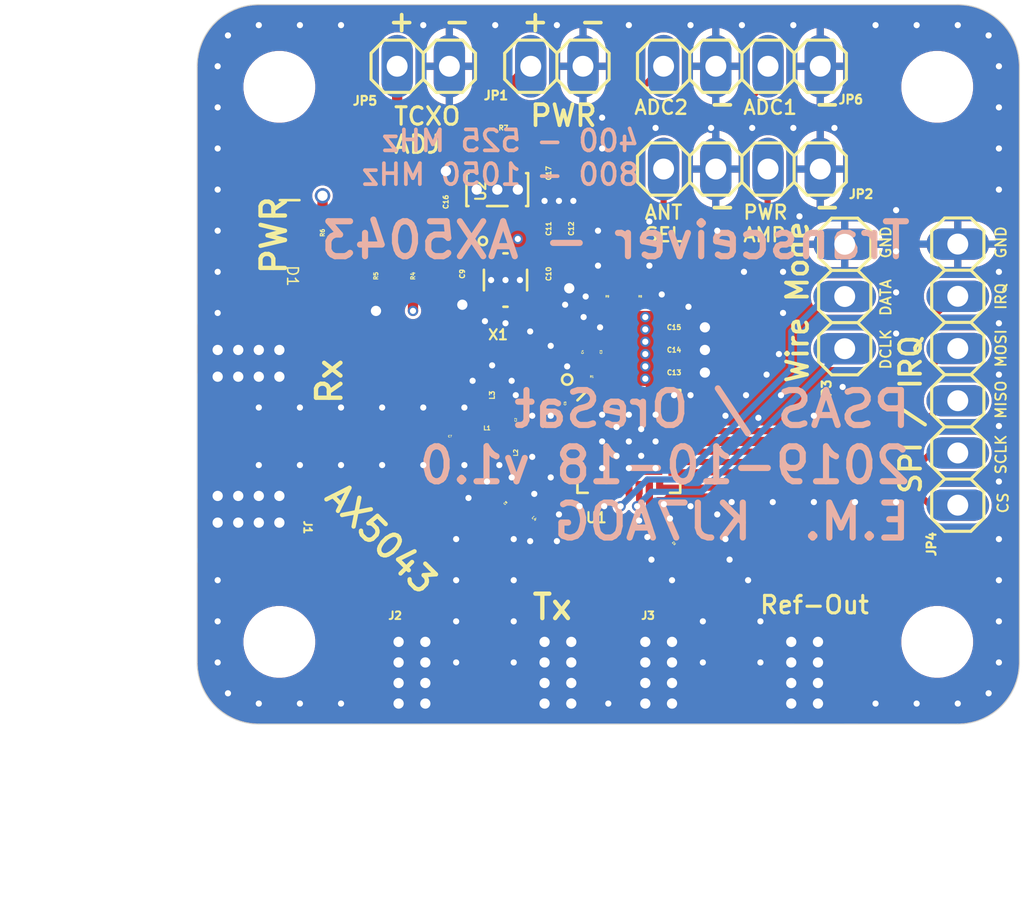
<source format=kicad_pcb>
(kicad_pcb (version 20241229) (generator "pcbnew") (generator_version "9.0")
  (layers (0 "F.Cu" signal) (4 "In1.Cu" signal) (6 "In2.Cu" signal) (2 "B.Cu" signal) (13 "F.Paste" user) (15 "B.Paste" user) (5 "F.SilkS" user "F.Silkscreen") (7 "B.SilkS" user "B.Silkscreen") (1 "F.Mask" user) (3 "B.Mask" user) (25 "Edge.Cuts" user))
  (net 0 "")
  (net 1 "GND")
  (net 2 "N$3")
  (net 3 "SYSCLK")
  (net 4 "IRQ")
  (net 5 "MOSI")
  (net 6 "MISO")
  (net 7 "SCLK")
  (net 8 "CS")
  (net 9 "CLKN")
  (net 10 "CLKP")
  (net 11 "ANTN")
  (net 12 "ANTP")
  (net 13 "ANTP1")
  (net 14 "TX")
  (net 15 "RX")
  (net 16 "REF-OUT")
  (net 17 "N$23")
  (net 18 "1V8")
  (net 19 "2V7")
  (net 20 "N$26")
  (net 21 "N$1")
  (net 22 "N$30")
  (net 23 "N$2")
  (net 24 "N$27")
  (net 25 "N$20")
  (net 26 "N$6")
  (net 27 "ANTSEL")
  (net 28 "PWRAMP")
  (net 29 "DATA")
  (net 30 "DCLK")
  (net 31 "ADC1")
  (net 32 "ADC2")
  (footprint "transceiver-AX5043:.0603-C-NOSILK" (layer "F.Cu") (at 145.6011 95.7036 -90)
    (property "Reference" "C17")
    (property "Value" "1u" (hide yes))
  )
  (footprint "transceiver-AX5043:.0603-C-NOSILK" (layer "F.Cu") (at 146.7011 98.4036 90)
    (property "Reference" "C12")
    (property "Value" "4.7u" (hide yes))
  )
  (footprint "transceiver-AX5043:.0603-C-NOSILK" (layer "F.Cu") (at 144.9011 112.5036 135)
    (property "Reference" "L4")
    (property "Value" "91n" (hide yes))
  )
  (footprint "transceiver-AX5043:142-0701-851" (layer "F.Cu") (at 154.5011 122.5036 180)
    (property "Reference" "J3")
    (property "Value" "142-0701-851" (hide yes))
  )
  (footprint "transceiver-AX5043:dummyfp2" (layer "F.Cu") (at 164.5011 91.5036)
    (property "Reference" "UNK_HOLE_2" (hide yes))
    (property "Value" "")
  )
  (footprint "transceiver-AX5043:1X02_325" (layer "F.Cu") (at 139.5011 90.5036)
    (property "Reference" "JP5")
    (property "Value" "")
  )
  (footprint "transceiver-AX5043:dummyfp0" (layer "F.Cu") (at 132.5011 118.5036)
    (property "Reference" "UNK_HOLE_0" (hide yes))
    (property "Value" "")
  )
  (footprint "transceiver-AX5043:.0603-B-NOSILK" (layer "F.Cu") (at 137.2011 100.7036 90)
    (property "Reference" "R5")
    (property "Value" "NP" (hide yes))
  )
  (footprint "transceiver-AX5043:.0603-C-NOSILK" (layer "F.Cu") (at 145.6011 100.6036 -90)
    (property "Reference" "C10")
    (property "Value" "22n" (hide yes))
  )
  (footprint "transceiver-AX5043:.0402-C-NOSILK" (layer "F.Cu") (at 148.1511 104.4036 90)
    (property "Reference" "C3")
    (property "Value" "1n" (hide yes))
  )
  (footprint "transceiver-AX5043:.0603-C-NOSILK" (layer "F.Cu") (at 151.7011 104.3036)
    (property "Reference" "C14")
    (property "Value" "NP" (hide yes))
  )
  (footprint "transceiver-AX5043:142-0701-851" (layer "F.Cu") (at 128.5011 108.5036 90)
    (property "Reference" "J1")
    (property "Value" "142-0701-851" (hide yes))
  )
  (footprint "transceiver-AX5043:.0402-C-NOSILK" (layer "F.Cu") (at 146.4011 106.9036 -90)
    (property "Reference" "C5")
    (property "Value" "82p" (hide yes))
  )
  (footprint "transceiver-AX5043:.0402-C-NOSILK" (layer "F.Cu") (at 152.9511 113.1036 45)
    (property "Reference" "R3")
    (property "Value" "NP" (hide yes))
  )
  (footprint "transceiver-AX5043:.0402-C-NOSILK" (layer "F.Cu") (at 146.4011 110.6036 -90)
    (property "Reference" "C6")
    (property "Value" "82p" (hide yes))
  )
  (footprint "transceiver-AX5043:1X04_325" (layer "F.Cu") (at 155.0011 90.5036 180)
    (property "Reference" "JP6")
    (property "Value" "")
  )
  (footprint "transceiver-AX5043:142-0701-851" (layer "F.Cu") (at 142.5011 122.5036 180)
    (property "Reference" "J2")
    (property "Value" "142-0701-851" (hide yes))
  )
  (footprint "transceiver-AX5043:.0603-C-NOSILK" (layer "F.Cu") (at 141.4011 100.6036 -90)
    (property "Reference" "C9")
    (property "Value" "NP" (hide yes))
  )
  (footprint "transceiver-AX5043:.0402-C-NOSILK" (layer "F.Cu") (at 142.6011 108.9036)
    (property "Reference" "C1")
    (property "Value" "8.2p" (hide yes))
  )
  (footprint "transceiver-AX5043:.0603-C-NOSILK" (layer "F.Cu") (at 151.7011 103.2036)
    (property "Reference" "C15")
    (property "Value" "4.7u" (hide yes))
  )
  (footprint "transceiver-AX5043:dummyfp1" (layer "F.Cu") (at 164.5011 118.5036)
    (property "Reference" "UNK_HOLE_1" (hide yes))
    (property "Value" "")
  )
  (footprint "transceiver-AX5043:.0603-C-NOSILK" (layer "F.Cu") (at 142.8511 106.5036 90)
    (property "Reference" "L3")
    (property "Value" "91n" (hide yes))
  )
  (footprint "transceiver-AX5043:.0603-C-NOSILK" (layer "F.Cu") (at 143.4011 93.5036)
    (property "Reference" "R7")
    (property "Value" "0" (hide yes))
  )
  (footprint "transceiver-AX5043:.0402-C-NOSILK" (layer "F.Cu") (at 140.8011 108.5036)
    (property "Reference" "C7")
    (property "Value" "22p" (hide yes))
  )
  (footprint "transceiver-AX5043:.0603-C-NOSILK" (layer "F.Cu") (at 145.6011 98.4036 90)
    (property "Reference" "C11")
    (property "Value" "NP" (hide yes))
  )
  (footprint "transceiver-AX5043:2.5X2.0" (layer "F.Cu") (at 143.5011 100.9036 -90)
    (property "Reference" "X1")
    (property "Value" "TAITIEN-TY" (hide yes))
  )
  (footprint "transceiver-AX5043:.0402-C-NOSILK" (layer "F.Cu") (at 147.7011 105.6036 180)
    (property "Reference" "R1")
    (property "Value" "150" (hide yes))
  )
  (footprint "transceiver-AX5043:.0402-C-NOSILK" (layer "F.Cu") (at 148.4511 101.7036)
    (property "Reference" "R9")
    (property "Value" "0" (hide yes))
  )
  (footprint "transceiver-AX5043:QFN28-5X5-WITH-CENTER-PAD" (layer "F.Cu") (at 149.5011 108.7536)
    (property "Reference" "U1")
    (property "Value" "U-ONSEMI-AX5043" (hide yes))
  )
  (footprint "transceiver-AX5043:.0402-C-NOSILK" (layer "F.Cu") (at 144.0011 107.7036 -90)
    (property "Reference" "C2")
    (property "Value" "8.2p" (hide yes))
  )
  (footprint "transceiver-AX5043:LED-0603_529" (layer "F.Cu") (at 133.0011 98.6036 90)
    (property "Reference" "D1")
    (property "Value" "GREEN" (hide yes))
  )
  (footprint "transceiver-AX5043:.0402-C-NOSILK" (layer "F.Cu") (at 150.0511 101.7036 180)
    (property "Reference" "R8")
    (property "Value" "0" (hide yes))
  )
  (footprint "transceiver-AX5043:.0402-C-NOSILK" (layer "F.Cu") (at 143.5011 111.7536 45)
    (property "Reference" "C8")
    (property "Value" "22p" (hide yes))
  )
  (footprint "transceiver-AX5043:.0402-C-NOSILK" (layer "F.Cu") (at 144.0011 109.3036 90)
    (property "Reference" "L2")
    (property "Value" "43n" (hide yes))
  )
  (footprint "transceiver-AX5043:1X03_325" (layer "F.Cu") (at 160.0011 101.7036 90)
    (property "Reference" "JP3")
    (property "Value" "")
  )
  (footprint "transceiver-AX5043:SOT-23" (layer "F.Cu") (at 143.1011 96.5036 -90)
    (property "Reference" "U2")
    (property "Value" "LP2985XX-N" (hide yes))
  )
  (footprint "transceiver-AX5043:1X06_325" (layer "F.Cu") (at 165.5011 105.5036 90)
    (property "Reference" "JP4")
    (property "Value" "")
  )
  (footprint "transceiver-AX5043:.0603-B-NOSILK" (layer "F.Cu") (at 134.6011 98.6036 -90)
    (property "Reference" "R6")
    (property "Value" "1.5k" (hide yes))
  )
  (footprint "transceiver-AX5043:.0402-C-NOSILK" (layer "F.Cu") (at 151.7011 113.7036 -45)
    (property "Reference" "R2")
    (property "Value" "0" (hide yes))
  )
  (footprint "transceiver-AX5043:.0603-B-NOSILK" (layer "F.Cu") (at 139.0011 100.7036 90)
    (property "Reference" "R4")
    (property "Value" "NP" (hide yes))
  )
  (footprint "transceiver-AX5043:1X04_325" (layer "F.Cu") (at 155.0011 95.5036)
    (property "Reference" "JP2")
    (property "Value" "")
  )
  (footprint "transceiver-AX5043:dummyfp3" (layer "F.Cu") (at 132.5011 91.5036)
    (property "Reference" "UNK_HOLE_3" (hide yes))
    (property "Value" "")
  )
  (footprint "transceiver-AX5043:.0603-C-NOSILK" (layer "F.Cu") (at 140.6011 97.1036 90)
    (property "Reference" "C16")
    (property "Value" "10n" (hide yes))
  )
  (footprint "transceiver-AX5043:1X02_325" (layer "F.Cu") (at 146.0011 90.5036)
    (property "Reference" "JP1")
    (property "Value" "")
  )
  (footprint "transceiver-AX5043:.0603-C-NOSILK" (layer "F.Cu") (at 151.7011 105.4036)
    (property "Reference" "C13")
    (property "Value" "22n" (hide yes))
  )
  (footprint "transceiver-AX5043:.0402-C-NOSILK" (layer "F.Cu") (at 142.6011 108.1036)
    (property "Reference" "L1")
    (property "Value" "43n" (hide yes))
  )
  (footprint "transceiver-AX5043:.0402-C-NOSILK" (layer "F.Cu") (at 147.2511 104.4036 90)
    (property "Reference" "C4")
    (property "Value" "1n" (hide yes))
  )
  (gr_line (start 128.5011 90.5036) (end 128.5011 119.5036) (stroke (width 0.05)) (layer "Edge.Cuts"))
  (gr_arc (start 128.5011 90.5036) (mid 129.37978 88.38228) (end 131.5011 87.5036) (stroke (width 0.05)) (layer "Edge.Cuts"))
  (gr_arc (start 168.5011 119.5036) (mid 167.62242 121.62492) (end 165.5011 122.5036) (stroke (width 0.05)) (layer "Edge.Cuts"))
  (gr_line (start 165.5011 87.5036) (end 131.5011 87.5036) (stroke (width 0.05)) (layer "Edge.Cuts"))
  (gr_arc (start 131.5011 122.5036) (mid 129.37978 121.62492) (end 128.5011 119.5036) (stroke (width 0.05)) (layer "Edge.Cuts"))
  (gr_arc (start 165.5011 87.5036) (mid 167.62242 88.38228) (end 168.5011 90.5036) (stroke (width 0.05)) (layer "Edge.Cuts"))
  (gr_line (start 131.5011 122.5036) (end 165.5011 122.5036) (stroke (width 0.05)) (layer "Edge.Cuts"))
  (gr_line (start 168.5011 119.5036) (end 168.5011 90.5036) (stroke (width 0.05)) (layer "Edge.Cuts"))
  (gr_text "+" (at 137.7011 88.9036 0) (layer "F.SilkS") (effects (font (size 1.02 1.02) (thickness 0.18)) (justify left bottom)))
  (gr_text "GND" (at 162.3011 99.9036 90) (layer "F.SilkS") (effects (font (size 0.51 0.51) (thickness 0.09)) (justify left bottom)))
  (gr_text "SPI / IRQ" (at 163.8011 111.4036 90) (layer "F.SilkS") (effects (font (size 1.02 1.02) (thickness 0.18)) (justify left bottom)))
  (gr_text "Tx" (at 144.7011 117.5036 0) (layer "F.SilkS") (effects (font (size 1.19 1.19) (thickness 0.21)) (justify left bottom)))
  (gr_text "Ref-Out" (at 155.8011 117.2036 0) (layer "F.SilkS") (effects (font (size 0.85 0.85)) (justify left bottom)))
  (gr_text "Wire Mode" (at 158.3011 106.0036 90) (layer "F.SilkS") (effects (font (size 1.02 1.02) (thickness 0.18)) (justify left bottom)))
  (gr_text "DATA" (at 162.3011 102.7036 90) (layer "F.SilkS") (effects (font (size 0.51 0.51) (thickness 0.09)) (justify left bottom)))
  (gr_text "DCLK" (at 162.3011 105.3036 90) (layer "F.SilkS") (effects (font (size 0.51 0.51) (thickness 0.09)) (justify left bottom)))
  (gr_text "ADC2" (at 149.7011 92.9036 0) (layer "F.SilkS") (effects (font (size 0.68 0.68) (thickness 0.12)) (justify left bottom)))
  (gr_text "-" (at 158.4011 92.9036 0) (layer "F.SilkS") (effects (font (size 1.02 1.02) (thickness 0.18)) (justify left bottom)))
  (gr_text "TCXO\nADJ" (at 138.0011 94.8036 0) (layer "F.SilkS") (effects (font (size 0.85 0.85)) (justify left bottom)))
  (gr_text "PWR" (at 144.6011 93.5036 0) (layer "F.SilkS") (effects (font (size 1.02 1.02) (thickness 0.18)) (justify left bottom)))
  (gr_text "GND" (at 167.9011 99.9036 90) (layer "F.SilkS") (effects (font (size 0.51 0.51) (thickness 0.09)) (justify left bottom)))
  (gr_text "MISO" (at 167.9011 107.7036 90) (layer "F.SilkS") (effects (font (size 0.51 0.51) (thickness 0.09)) (justify left bottom)))
  (gr_text "-" (at 147.0011 88.9036 0) (layer "F.SilkS") (effects (font (size 1.02 1.02) (thickness 0.18)) (justify left bottom)))
  (gr_text "ADC1" (at 155.0011 92.9036 0) (layer "F.SilkS") (effects (font (size 0.68 0.68) (thickness 0.12)) (justify left bottom)))
  (gr_text "PWR\nAMP" (at 155.0011 99.1036 0) (layer "F.SilkS") (effects (font (size 0.68 0.68) (thickness 0.12)) (justify left bottom)))
  (gr_text "CS" (at 168.0011 112.3036 90) (layer "F.SilkS") (effects (font (size 0.51 0.51) (thickness 0.09)) (justify left bottom)))
  (gr_text "-" (at 153.3011 92.9036 0) (layer "F.SilkS") (effects (font (size 1.02 1.02) (thickness 0.18)) (justify left bottom)))
  (gr_text "AX5043" (at 134.5011 111.5036 315) (layer "F.SilkS") (effects (font (size 1.19 1.19) (thickness 0.21)) (justify left bottom)))
  (gr_text "ANT\nSEL" (at 150.2011 99.1036 0) (layer "F.SilkS") (effects (font (size 0.68 0.68) (thickness 0.12)) (justify left bottom)))
  (gr_text "PWR" (at 132.9305 100.7356 90) (layer "F.SilkS") (effects (font (size 1.19 1.19) (thickness 0.21)) (justify left bottom)))
  (gr_text "-" (at 140.4011 88.9036 0) (layer "F.SilkS") (effects (font (size 1.02 1.02) (thickness 0.18)) (justify left bottom)))
  (gr_text "-" (at 158.4011 97.9036 0) (layer "F.SilkS") (effects (font (size 1.02 1.02) (thickness 0.18)) (justify left bottom)))
  (gr_text "Rx" (at 135.6305 107.048933 90) (layer "F.SilkS") (effects (font (size 1.19 1.19) (thickness 0.21)) (justify left bottom)))
  (gr_text "MOSI" (at 167.9011 105.2036 90) (layer "F.SilkS") (effects (font (size 0.51 0.51) (thickness 0.09)) (justify left bottom)))
  (gr_text "+" (at 144.2011 88.9036 0) (layer "F.SilkS") (effects (font (size 1.02 1.02) (thickness 0.18)) (justify left bottom)))
  (gr_text "IRQ" (at 167.9011 102.4036 90) (layer "F.SilkS") (effects (font (size 0.51 0.51) (thickness 0.09)) (justify left bottom)))
  (gr_text "SCLK" (at 167.9011 110.4036 90) (layer "F.SilkS") (effects (font (size 0.51 0.51) (thickness 0.09)) (justify left bottom)))
  (gr_text "-" (at 153.3011 97.9036 0) (layer "F.SilkS") (effects (font (size 1.02 1.02) (thickness 0.18)) (justify left bottom)))
  (gr_text "Transceiver - AX5043\n\n\nPSAS / OreSat\n2019-10-18 v1.0\nE.M.  KJ7AOG" (at 163.337292 97.977076 0) (layer "B.SilkS") (effects (font (size 1.7 1.7) (thickness 0.3)) (justify left top mirror)))
  (gr_text "400 - 525 MHz\n800 - 1050 MHz" (at 150.091388 96.370943 0) (layer "B.SilkS") (effects (font (size 1.02 1.02) (thickness 0.18)) (justify left bottom mirror)))
  (segment (start 143.1011 95.2036) (end 143.1011 96.5036) (width 0.6) (layer "F.Cu") (net 1))
  (segment (start 147.2511 109.7536) (end 147.9011 109.7536) (width 0.35) (layer "F.Cu") (net 1))
  (segment (start 145.6011 96.5536) (end 146.1011 97.0536) (width 0.6) (layer "F.Cu") (net 1))
  (segment (start 141.4011 101.3036) (end 141.4011 102.1036) (width 0.6) (layer "F.Cu") (net 1))
  (segment (start 147.2511 107.7536) (end 147.9011 107.7536) (width 0.35) (layer "F.Cu") (net 1))
  (segment (start 145.6011 97.7036) (end 145.6011 97.2536) (width 0.6) (layer "F.Cu") (net 1))
  (segment (start 146.8011 109.7536) (end 147.2511 109.7536) (width 0.35) (layer "F.Cu") (net 1))
  (segment (start 145.6011 97.5536) (end 146.1011 97.0536) (width 0.6) (layer "F.Cu") (net 1))
  (segment (start 147.9011 107.7536) (end 148.2011 107.4536) (width 0.35) (layer "F.Cu") (net 1))
  (segment (start 148.1511 103.2536) (end 148.1011 103.2036) (width 0.5) (layer "F.Cu") (net 1))
  (segment (start 146.4011 110.1536) (end 145.7011 110.5036) (width 0.35) (layer "F.Cu") (net 1))
  (segment (start 137.2011 101.5036) (end 137.2011 102.4036) (width 0.6) (layer "F.Cu") (net 1))
  (segment (start 146.7011 97.1536) (end 146.8011 97.0536) (width 0.6) (layer "F.Cu") (net 1))
  (segment (start 146.7011 97.6536) (end 146.1011 97.0536) (width 0.6) (layer "F.Cu") (net 1))
  (segment (start 148.0011 101.7036) (end 147.4011 101.7036) (width 0.5) (layer "F.Cu") (net 1))
  (segment (start 145.6011 96.4036) (end 145.6011 96.8536) (width 0.6) (layer "F.Cu") (net 1))
  (segment (start 145.6011 97.2536) (end 145.4011 97.0536) (width 0.6) (layer "F.Cu") (net 1))
  (segment (start 145.6011 96.4036) (end 145.6011 96.5536) (width 0.6) (layer "F.Cu") (net 1))
  (segment (start 146.7011 97.7036) (end 146.7011 97.6536) (width 0.6) (layer "F.Cu") (net 1))
  (segment (start 148.1511 103.9536) (end 148.1511 103.2536) (width 0.5) (layer "F.Cu") (net 1))
  (segment (start 147.9011 109.7536) (end 148.2011 110.0536) (width 0.35) (layer "F.Cu") (net 1))
  (segment (start 152.4011 104.3036) (end 153.2011 104.3036) (width 0.6) (layer "F.Cu") (net 1))
  (segment (start 152.4011 105.4036) (end 153.2011 105.4036) (width 0.6) (layer "F.Cu") (net 1))
  (segment (start 145.6011 101.3036) (end 146.6011 101.3036) (width 0.6) (layer "F.Cu") (net 1))
  (segment (start 145.6011 97.7036) (end 145.6011 97.5536) (width 0.6) (layer "F.Cu") (net 1))
  (segment (start 150.6011 101.6036) (end 151.1011 101.6036) (width 0.5) (layer "F.Cu") (net 1))
  (segment (start 152.4011 103.2036) (end 153.2011 103.2036) (width 0.6) (layer "F.Cu") (net 1))
  (segment (start 140.6011 96.4036) (end 140.6011 95.6036) (width 0.6) (layer "F.Cu") (net 1))
  (segment (start 146.4011 110.1536) (end 146.8011 109.7536) (width 0.35) (layer "F.Cu") (net 1))
  (segment (start 150.5011 101.7036) (end 150.6011 101.6036) (width 0.5) (layer "F.Cu") (net 1))
  (segment (start 146.8011 107.7536) (end 147.2511 107.7536) (width 0.35) (layer "F.Cu") (net 1))
  (segment (start 146.4011 107.3536) (end 145.7011 107.5036) (width 0.35) (layer "F.Cu") (net 1))
  (segment (start 146.4011 107.3536) (end 146.8011 107.7536) (width 0.35) (layer "F.Cu") (net 1))
  (segment (start 145.6011 96.8536) (end 145.4011 97.0536) (width 0.6) (layer "F.Cu") (net 1))
  (segment (start 153.269296 112.785404) (end 153.8011 112.3036) (width 0.5) (layer "F.Cu") (net 1))
  (segment (start 146.7011 97.7036) (end 146.7011 97.1536) (width 0.6) (layer "F.Cu") (net 1))
  (via (at 157.5011 93.5036) (size 0.5032) (drill 0.3) (layers "F.Cu" "B.Cu") (net 1))
  (via (at 157.8011 97.8036) (size 0.5032) (drill 0.3) (layers "F.Cu" "B.Cu") (net 1))
  (via (at 135.5011 121.5036) (size 0.5032) (drill 0.3) (layers "F.Cu" "B.Cu") (net 1))
  (via (at 158.7011 120.5036) (size 0.75) (drill 0.5) (layers "F.Cu" "B.Cu") (net 1))
  (via (at 167.0011 121.0036) (size 0.5032) (drill 0.3) (layers "F.Cu" "B.Cu") (net 1))
  (via (at 132.5011 104.3036) (size 0.75) (drill 0.5) (layers "F.Cu" "B.Cu") (net 1))
  (via (at 167.5011 92.5036) (size 0.5032) (drill 0.3) (layers "F.Cu" "B.Cu") (net 1))
  (via (at 150.4011 113.4036) (size 0.5032) (drill 0.3) (layers "F.Cu" "B.Cu") (net 1))
  (via (at 150.5011 98.0536) (size 0.5032) (drill 0.3) (layers "F.Cu" "B.Cu") (net 1))
  (via (at 155.0011 88.5036) (size 0.5032) (drill 0.3) (layers "F.Cu" "B.Cu") (net 1))
  (via (at 156.2011 105.5036) (size 0.5032) (drill 0.3) (layers "F.Cu" "B.Cu") (net 1))
  (via (at 129.5011 90.5036) (size 0.5032) (drill 0.3) (layers "F.Cu" "B.Cu") (net 1))
  (via (at 158.7011 121.5036) (size 0.75) (drill 0.5) (layers "F.Cu" "B.Cu") (net 1))
  (via (at 133.5011 88.5036) (size 0.5032) (drill 0.3) (layers "F.Cu" "B.Cu") (net 1))
  (via (at 154.4011 114.5036) (size 0.5032) (drill 0.3) (layers "F.Cu" "B.Cu") (net 1))
  (via (at 153.8011 98.5036) (size 0.5032) (drill 0.3) (layers "F.Cu" "B.Cu") (net 1))
  (via (at 145.4011 118.5036) (size 0.75) (drill 0.5) (layers "F.Cu" "B.Cu") (net 1))
  (via (at 147.1011 111.9036) (size 0.5032) (drill 0.3) (layers "F.Cu" "B.Cu") (net 1))
  (via (at 158.7011 118.5036) (size 0.75) (drill 0.5) (layers "F.Cu" "B.Cu") (net 1))
  (via (at 139.5011 109.9036) (size 0.5032) (drill 0.3) (layers "F.Cu" "B.Cu") (net 1))
  (via (at 146.6011 101.3036) (size 0.75) (drill 0.5) (layers "F.Cu" "B.Cu") (net 1))
  (via (at 163.5011 88.5036) (size 0.5032) (drill 0.3) (layers "F.Cu" "B.Cu") (net 1))
  (via (at 129.5011 105.6036) (size 0.75) (drill 0.5) (layers "F.Cu" "B.Cu") (net 1))
  (via (at 150.3011 121.5036) (size 0.75) (drill 0.5) (layers "F.Cu" "B.Cu") (net 1))
  (via (at 151.5011 112.5036) (size 0.5032) (drill 0.3) (layers "F.Cu" "B.Cu") (net 1))
  (via (at 146.7011 121.5036) (size 0.75) (drill 0.5) (layers "F.Cu" "B.Cu") (net 1))
  (via (at 151.6011 121.5036) (size 0.75) (drill 0.5) (layers "F.Cu" "B.Cu") (net 1))
  (via (at 144.9011 111.3036) (size 0.5032) (drill 0.3) (layers "F.Cu" "B.Cu") (net 1))
  (via (at 150.0011 112.6036) (size 0.5032) (drill 0.3) (layers "F.Cu" "B.Cu") (net 1))
  (via (at 167.5011 115.5036) (size 0.5032) (drill 0.3) (layers "F.Cu" "B.Cu") (net 1))
  (via (at 146.8011 97.0536) (size 0.5032) (drill 0.3) (layers "F.Cu" "B.Cu") (net 1))
  (via (at 130.0011 89.0036) (size 0.5032) (drill 0.3) (layers "F.Cu" "B.Cu") (net 1))
  (via (at 167.5011 103.0036) (size 0.5032) (drill 0.3) (layers "F.Cu" "B.Cu") (net 1))
  (via (at 155.8011 107.6036) (size 0.5032) (drill 0.3) (layers "F.Cu" "B.Cu") (net 1))
  (via (at 165.5011 121.5036) (size 0.5032) (drill 0.3) (layers "F.Cu" "B.Cu") (net 1))
  (via (at 157.4011 120.5036) (size 0.75) (drill 0.5) (layers "F.Cu" "B.Cu") (net 1))
  (via (at 148.2011 110.0536) (size 0.5032) (drill 0.3) (layers "F.Cu" "B.Cu") (net 1))
  (via (at 148.1011 103.2036) (size 0.5032) (drill 0.3) (layers "F.Cu" "B.Cu") (net 1))
  (via (at 149.5011 108.7536) (size 0.5032) (drill 0.3) (layers "F.Cu" "B.Cu") (net 1))
  (via (at 143.5011 103.0036) (size 0.5032) (drill 0.3) (layers "F.Cu" "B.Cu") (net 1))
  (via (at 129.5011 92.5036) (size 0.5032) (drill 0.3) (layers "F.Cu" "B.Cu") (net 1))
  (via (at 131.5011 104.3036) (size 0.75) (drill 0.5) (layers "F.Cu" "B.Cu") (net 1))
  (via (at 141.1011 117.5036) (size 0.5032) (drill 0.3) (layers "F.Cu" "B.Cu") (net 1))
  (via (at 137.2011 102.4036) (size 0.75) (drill 0.5) (layers "F.Cu" "B.Cu") (net 1))
  (via (at 152.5011 88.5036) (size 0.5032) (drill 0.3) (layers "F.Cu" "B.Cu") (net 1))
  (via (at 167.5011 94.5036) (size 0.5032) (drill 0.3) (layers "F.Cu" "B.Cu") (net 1))
  (via (at 151.6011 115.5036) (size 0.5032) (drill 0.3) (layers "F.Cu" "B.Cu") (net 1))
  (via (at 150.8011 110.0536) (size 0.5032) (drill 0.3) (layers "F.Cu" "B.Cu") (net 1))
  (via (at 133.5011 121.5036) (size 0.5032) (drill 0.3) (layers "F.Cu" "B.Cu") (net 1))
  (via (at 133.5011 107.1036) (size 0.5032) (drill 0.3) (layers "F.Cu" "B.Cu") (net 1))
  (via (at 154.2011 107.5036) (size 0.5032) (drill 0.3) (layers "F.Cu" "B.Cu") (net 1))
  (via (at 143.2011 109.9036) (size 0.5032) (drill 0.3) (layers "F.Cu" "B.Cu") (net 1))
  (via (at 150.1011 108.1536) (size 0.5032) (drill 0.3) (layers "F.Cu" "B.Cu") (net 1))
  (via (at 131.5011 111.4036) (size 0.75) (drill 0.5) (layers "F.Cu" "B.Cu") (net 1))
  (via (at 137.5011 109.9036) (size 0.5032) (drill 0.3) (layers "F.Cu" "B.Cu") (net 1))
  (via (at 167.0011 89.0036) (size 0.5032) (drill 0.3) (layers "F.Cu" "B.Cu") (net 1))
  (via (at 143.0011 88.5036) (size 0.5032) (drill 0.3) (layers "F.Cu" "B.Cu") (net 1))
  (via (at 129.5011 117.5036) (size 0.5032) (drill 0.3) (layers "F.Cu" "B.Cu") (net 1))
  (via (at 159.9011 106.1036) (size 0.5032) (drill 0.3) (layers "F.Cu" "B.Cu") (net 1))
  (via (at 150.5011 100.2036) (size 0.5032) (drill 0.3) (layers "F.Cu" "B.Cu") (net 1))
  (via (at 152.5011 106.5036) (size 0.5032) (drill 0.3) (layers "F.Cu" "B.Cu") (net 1))
  (via (at 167.5011 110.7036) (size 0.5032) (drill 0.3) (layers "F.Cu" "B.Cu") (net 1))
  (via (at 157.4011 119.5036) (size 0.75) (drill 0.5) (layers "F.Cu" "B.Cu") (net 1))
  (via (at 129.5011 100.5036) (size 0.5032) (drill 0.3) (layers "F.Cu" "B.Cu") (net 1))
  (via (at 167.5011 105.5036) (size 0.5032) (drill 0.3) (layers "F.Cu" "B.Cu") (net 1))
  (via (at 167.5011 113.5036) (size 0.5032) (drill 0.3) (layers "F.Cu" "B.Cu") (net 1))
  (via (at 145.7011 110.5036) (size 0.5032) (drill 0.3) (layers "F.Cu" "B.Cu") (net 1))
  (via (at 152.5011 111.9036) (size 0.5032) (drill 0.3) (layers "F.Cu" "B.Cu") (net 1))
  (via (at 139.5011 107.1036) (size 0.5032) (drill 0.3) (layers "F.Cu" "B.Cu") (net 1))
  (via (at 141.1011 119.5036) (size 0.5032) (drill 0.3) (layers "F.Cu" "B.Cu") (net 1))
  (via (at 138.3011 119.5036) (size 0.75) (drill 0.5) (layers "F.Cu" "B.Cu") (net 1))
  (via (at 163.5011 121.5036) (size 0.5032) (drill 0.3) (layers "F.Cu" "B.Cu") (net 1))
  (via (at 154.2011 113.5036) (size 0.5032) (drill 0.3) (layers "F.Cu" "B.Cu") (net 1))
  (via (at 146.4011 102.1036) (size 0.5032) (drill 0.3) (layers "F.Cu" "B.Cu") (net 1))
  (via (at 145.7011 104.1036) (size 0.5032) (drill 0.3) (layers "F.Cu" "B.Cu") (net 1))
  (via (at 162.5011 103.5036) (size 0.5032) (drill 0.3) (layers "F.Cu" "B.Cu") (net 1))
  (via (at 141.1011 113.5036) (size 0.5032) (drill 0.3) (layers "F.Cu" "B.Cu") (net 1))
  (via (at 151.7011 106.5036) (size 0.5032) (drill 0.3) (layers "F.Cu" "B.Cu") (net 1))
  (via (at 142.8011 100.9036) (size 0.5032) (drill 0.3) (layers "F.Cu" "B.Cu") (net 1))
  (via (at 162.5011 101.5036) (size 0.5032) (drill 0.3) (layers "F.Cu" "B.Cu") (net 1))
  (via (at 131.5011 112.7036) (size 0.75) (drill 0.5) (layers "F.Cu" "B.Cu") (net 1))
  (via (at 132.5011 105.6036) (size 0.75) (drill 0.5) (layers "F.Cu" "B.Cu") (net 1))
  (via (at 146.7011 120.5036) (size 0.75) (drill 0.5) (layers "F.Cu" "B.Cu") (net 1))
  (via (at 141.7011 111.5036) (size 0.5032) (drill 0.3) (layers "F.Cu" "B.Cu") (net 1))
  (via (at 131.5011 121.5036) (size 0.5032) (drill 0.3) (layers "F.Cu" "B.Cu") (net 1))
  (via (at 143.8011 110.5036) (size 0.5032) (drill 0.3) (layers "F.Cu" "B.Cu") (net 1))
  (via (at 154.5011 111.7036) (size 0.5032) (drill 0.3) (layers "F.Cu" "B.Cu") (net 1))
  (via (at 156.9011 106.5036) (size 0.5032) (drill 0.3) (layers "F.Cu" "B.Cu") (net 1))
  (via (at 167.5011 90.5036) (size 0.5032) (drill 0.3) (layers "F.Cu" "B.Cu") (net 1))
  (via (at 144.8011 109.5036) (size 0.5032) (drill 0.3) (layers "F.Cu" "B.Cu") (net 1))
  (via (at 157.0011 100.5036) (size 0.5032) (drill 0.3) (layers "F.Cu" "B.Cu") (net 1))
  (via (at 155.1011 100.5036) (size 0.5032) (drill 0.3) (layers "F.Cu" "B.Cu") (net 1))
  (via (at 144.8011 107.5036) (size 0.5032) (drill 0.3) (layers "F.Cu" "B.Cu") (net 1))
  (via (at 144.7011 113.6036) (size 0.5032) (drill 0.3) (layers "F.Cu" "B.Cu") (net 1))
  (via (at 162.5011 111.7036) (size 0.5032) (drill 0.3) (layers "F.Cu" "B.Cu") (net 1))
  (via (at 142.8511 105.0536) (size 0.5032) (drill 0.3) (layers "F.Cu" "B.Cu") (net 1))
  (via (at 141.9011 105.8036) (size 0.5032) (drill 0.3) (layers "F.Cu" "B.Cu") (net 1))
  (via (at 131.5011 88.5036) (size 0.5032) (drill 0.3) (layers "F.Cu" "B.Cu") (net 1))
  (via (at 129.5011 94.5036) (size 0.5032) (drill 0.3) (layers "F.Cu" "B.Cu") (net 1))
  (via (at 150.3011 120.5036) (size 0.75) (drill 0.5) (layers "F.Cu" "B.Cu") (net 1))
  (via (at 130.5011 111.4036) (size 0.75) (drill 0.5) (layers "F.Cu" "B.Cu") (net 1))
  (via (at 138.3011 120.5036) (size 0.75) (drill 0.5) (layers "F.Cu" "B.Cu") (net 1))
  (via (at 146.0011 113.6036) (size 0.5032) (drill 0.3) (layers "F.Cu" "B.Cu") (net 1))
  (via (at 129.5011 96.5036) (size 0.5032) (drill 0.3) (layers "F.Cu" "B.Cu") (net 1))
  (via (at 146.7011 119.5036) (size 0.75) (drill 0.5) (layers "F.Cu" "B.Cu") (net 1))
  (via (at 148.2011 93.0036) (size 0.5032) (drill 0.3) (layers "F.Cu" "B.Cu") (net 1))
  (via (at 129.5011 119.5036) (size 0.5032) (drill 0.3) (layers "F.Cu" "B.Cu") (net 1))
  (via (at 150.6011 114.5036) (size 0.5032) (drill 0.3) (layers "F.Cu" "B.Cu") (net 1))
  (via (at 145.4011 120.5036) (size 0.75) (drill 0.5) (layers "F.Cu" "B.Cu") (net 1))
  (via (at 141.4011 102.1036) (size 0.75) (drill 0.5) (layers "F.Cu" "B.Cu") (net 1))
  (via (at 135.5011 88.5036) (size 0.5032) (drill 0.3) (layers "F.Cu" "B.Cu") (net 1))
  (via (at 157.5011 88.5036) (size 0.5032) (drill 0.3) (layers "F.Cu" "B.Cu") (net 1))
  (via (at 131.5011 109.9036) (size 0.5032) (drill 0.3) (layers "F.Cu" "B.Cu") (net 1))
  (via (at 158.7011 119.5036) (size 0.75) (drill 0.5) (layers "F.Cu" "B.Cu") (net 1))
  (via (at 142.5011 102.9036) (size 0.5032) (drill 0.3) (layers "F.Cu" "B.Cu") (net 1))
  (via (at 150.1011 109.4536) (size 0.5032) (drill 0.3) (layers "F.Cu" "B.Cu") (net 1))
  (via (at 141.5011 109.9036) (size 0.5032) (drill 0.3) (layers "F.Cu" "B.Cu") (net 1))
  (via (at 150.8011 93.5036) (size 0.5032) (drill 0.3) (layers "F.Cu" "B.Cu") (net 1))
  (via (at 153.2011 103.2036) (size 0.75) (drill 0.5) (layers "F.Cu" "B.Cu") (net 1))
  (via (at 148.5011 121.5036) (size 0.5032) (drill 0.3) (layers "F.Cu" "B.Cu") (net 1))
  (via (at 130.5011 112.7036) (size 0.75) (drill 0.5) (layers "F.Cu" "B.Cu") (net 1))
  (via (at 130.0011 121.0036) (size 0.5032) (drill 0.3) (layers "F.Cu" "B.Cu") (net 1))
  (via (at 148.2011 94.5036) (size 0.5032) (drill 0.3) (layers "F.Cu" "B.Cu") (net 1))
  (via (at 143.1011 96.5036) (size 0.75) (drill 0.5) (layers "F.Cu" "B.Cu") (net 1))
  (via (at 143.9011 117.5036) (size 0.5032) (drill 0.3) (layers "F.Cu" "B.Cu") (net 1))
  (via (at 144.0011 106.5036) (size 0.5032) (drill 0.3) (layers "F.Cu" "B.Cu") (net 1))
  (via (at 155.9011 119.5036) (size 0.5032) (drill 0.3) (layers "F.Cu" "B.Cu") (net 1))
  (via (at 157.0011 102.5036) (size 0.5032) (drill 0.3) (layers "F.Cu" "B.Cu") (net 1))
  (via (at 148.0011 98.5036) (size 0.5032) (drill 0.3) (layers "F.Cu" "B.Cu") (net 1))
  (via (at 135.5011 107.1036) (size 0.5032) (drill 0.3) (layers "F.Cu" "B.Cu") (net 1))
  (via (at 143.9011 119.5036) (size 0.5032) (drill 0.3) (layers "F.Cu" "B.Cu") (net 1))
  (via (at 144.7011 103.4036) (size 0.5032) (drill 0.3) (layers "F.Cu" "B.Cu") (net 1))
  (via (at 162.5011 97.5036) (size 0.5032) (drill 0.3) (layers "F.Cu" "B.Cu") (net 1))
  (via (at 158.5011 111.7036) (size 0.5032) (drill 0.3) (layers "F.Cu" "B.Cu") (net 1))
  (via (at 143.9011 113.5036) (size 0.5032) (drill 0.3) (layers "F.Cu" "B.Cu") (net 1))
  (via (at 129.5011 115.5036) (size 0.5032) (drill 0.3) (layers "F.Cu" "B.Cu") (net 1))
  (via (at 152.4011 102.2036) (size 0.5032) (drill 0.3) (layers "F.Cu" "B.Cu") (net 1))
  (via (at 146.0011 88.5036) (size 0.5032) (drill 0.3) (layers "F.Cu" "B.Cu") (net 1))
  (via (at 149.5011 107.4536) (size 0.5032) (drill 0.3) (layers "F.Cu" "B.Cu") (net 1))
  (via (at 148.9011 108.0536) (size 0.5032) (drill 0.3) (layers "F.Cu" "B.Cu") (net 1))
  (via (at 131.5011 105.6036) (size 0.75) (drill 0.5) (layers "F.Cu" "B.Cu") (net 1))
  (via (at 150.8011 108.7536) (size 0.5032) (drill 0.3) (layers "F.Cu" "B.Cu") (net 1))
  (via (at 153.1011 117.5036) (size 0.5032) (drill 0.3) (layers "F.Cu" "B.Cu") (net 1))
  (via (at 142.1011 96.5036) (size 0.75) (drill 0.5) (layers "F.Cu" "B.Cu") (net 1))
  (via (at 159.5011 93.5036) (size 0.5032) (drill 0.3) (layers "F.Cu" "B.Cu") (net 1))
  (via (at 155.3011 115.5036) (size 0.5032) (drill 0.3) (layers "F.Cu" "B.Cu") (net 1))
  (via (at 139.6011 120.5036) (size 0.75) (drill 0.5) (layers "F.Cu" "B.Cu") (net 1))
  (via (at 151.2011 111.8036) (size 0.5032) (drill 0.3) (layers "F.Cu" "B.Cu") (net 1))
  (via (at 148.2011 108.7536) (size 0.5032) (drill 0.3) (layers "F.Cu" "B.Cu") (net 1))
  (via (at 150.3011 119.5036) (size 0.75) (drill 0.5) (layers "F.Cu" "B.Cu") (net 1))
  (via (at 167.5011 119.5036) (size 0.5032) (drill 0.3) (layers "F.Cu" "B.Cu") (net 1))
  (via (at 151.1011 101.6036) (size 0.5032) (drill 0.3) (layers "F.Cu" "B.Cu") (net 1))
  (via (at 149.5011 110.0536) (size 0.5032) (drill 0.3) (layers "F.Cu" "B.Cu") (net 1))
  (via (at 153.2011 105.4036) (size 0.75) (drill 0.5) (layers "F.Cu" "B.Cu") (net 1))
  (via (at 130.5011 105.6036) (size 0.75) (drill 0.5) (layers "F.Cu" "B.Cu") (net 1))
  (via (at 148.3011 111.9036) (size 0.5032) (drill 0.3) (layers "F.Cu" "B.Cu") (net 1))
  (via (at 135.5011 109.9036) (size 0.5032) (drill 0.3) (layers "F.Cu" "B.Cu") (net 1))
  (via (at 167.5011 108.0036) (size 0.5032) (drill 0.3) (layers "F.Cu" "B.Cu") (net 1))
  (via (at 138.3011 121.5036) (size 0.75) (drill 0.5) (layers "F.Cu" "B.Cu") (net 1))
  (via (at 147.3011 102.7036) (size 0.5032) (drill 0.3) (layers "F.Cu" "B.Cu") (net 1))
  (via (at 132.5011 111.4036) (size 0.75) (drill 0.5) (layers "F.Cu" "B.Cu") (net 1))
  (via (at 131.5011 107.1036) (size 0.5032) (drill 0.3) (layers "F.Cu" "B.Cu") (net 1))
  (via (at 145.4011 97.0536) (size 0.5032) (drill 0.3) (layers "F.Cu" "B.Cu") (net 1))
  (via (at 167.5011 100.5036) (size 0.5032) (drill 0.3) (layers "F.Cu" "B.Cu") (net 1))
  (via (at 129.5011 111.4036) (size 0.75) (drill 0.5) (layers "F.Cu" "B.Cu") (net 1))
  (via (at 137.5011 107.1036) (size 0.5032) (drill 0.3) (layers "F.Cu" "B.Cu") (net 1))
  (via (at 129.5011 98.5036) (size 0.5032) (drill 0.3) (layers "F.Cu" "B.Cu") (net 1))
  (via (at 146.7011 118.5036) (size 0.75) (drill 0.5) (layers "F.Cu" "B.Cu") (net 1))
  (via (at 142.6011 110.7036) (size 0.5032) (drill 0.3) (layers "F.Cu" "B.Cu") (net 1))
  (via (at 153.5011 93.5036) (size 0.5032) (drill 0.3) (layers "F.Cu" "B.Cu") (net 1))
  (via (at 145.4011 119.5036) (size 0.75) (drill 0.5) (layers "F.Cu" "B.Cu") (net 1))
  (via (at 129.5011 112.7036) (size 0.75) (drill 0.5) (layers "F.Cu" "B.Cu") (net 1))
  (via (at 160.5011 111.7036) (size 0.5032) (drill 0.3) (layers "F.Cu" "B.Cu") (net 1))
  (via (at 141.5011 107.1036) (size 0.5032) (drill 0.3) (layers "F.Cu" "B.Cu") (net 1))
  (via (at 133.5011 109.9036) (size 0.5032) (drill 0.3) (layers "F.Cu" "B.Cu") (net 1))
  (via (at 140.6011 95.6036) (size 0.75) (drill 0.5) (layers "F.Cu" "B.Cu") (net 1))
  (via (at 143.5011 100.9036) (size 0.5032) (drill 0.3) (layers "F.Cu" "B.Cu") (net 1))
  (via (at 129.5011 102.5036) (size 0.5032) (drill 0.3) (layers "F.Cu" "B.Cu") (net 1))
  (via (at 146.5011 105.1036) (size 0.5032) (drill 0.3) (layers "F.Cu" "B.Cu") (net 1))
  (via (at 130.5011 104.3036) (size 0.75) (drill 0.5) (layers "F.Cu" "B.Cu") (net 1))
  (via (at 157.4011 121.5036) (size 0.75) (drill 0.5) (layers "F.Cu" "B.Cu") (net 1))
  (via (at 151.6011 119.5036) (size 0.75) (drill 0.5) (layers "F.Cu" "B.Cu") (net 1))
  (via (at 150.3011 118.5036) (size 0.75) (drill 0.5) (layers "F.Cu" "B.Cu") (net 1))
  (via (at 139.6011 121.5036) (size 0.75) (drill 0.5) (layers "F.Cu" "B.Cu") (net 1))
  (via (at 167.5011 117.5036) (size 0.5032) (drill 0.3) (layers "F.Cu" "B.Cu") (net 1))
  (via (at 155.9011 117.5036) (size 0.5032) (drill 0.3) (layers "F.Cu" "B.Cu") (net 1))
  (via (at 155.2011 106.5036) (size 0.5032) (drill 0.3) (layers "F.Cu" "B.Cu") (net 1))
  (via (at 141.1011 115.5036) (size 0.5032) (drill 0.3) (layers "F.Cu" "B.Cu") (net 1))
  (via (at 139.6011 118.5036) (size 0.75) (drill 0.5) (layers "F.Cu" "B.Cu") (net 1))
  (via (at 147.4011 101.7036) (size 0.5032) (drill 0.3) (layers "F.Cu" "B.Cu") (net 1))
  (via (at 167.5011 96.5036) (size 0.5032) (drill 0.3) (layers "F.Cu" "B.Cu") (net 1))
  (via (at 143.9011 115.5036) (size 0.5032) (drill 0.3) (layers "F.Cu" "B.Cu") (net 1))
  (via (at 153.1011 119.5036) (size 0.5032) (drill 0.3) (layers "F.Cu" "B.Cu") (net 1))
  (via (at 138.3011 118.5036) (size 0.75) (drill 0.5) (layers "F.Cu" "B.Cu") (net 1))
  (via (at 146.1011 97.0536) (size 0.5032) (drill 0.3) (layers "F.Cu" "B.Cu") (net 1))
  (via (at 145.7011 107.5036) (size 0.5032) (drill 0.3) (layers "F.Cu" "B.Cu") (net 1))
  (via (at 155.5011 93.5036) (size 0.5032) (drill 0.3) (layers "F.Cu" "B.Cu") (net 1))
  (via (at 144.2011 100.9036) (size 0.5032) (drill 0.3) (layers "F.Cu" "B.Cu") (net 1))
  (via (at 150.8011 107.4536) (size 0.5032) (drill 0.3) (layers "F.Cu" "B.Cu") (net 1))
  (via (at 156.8011 104.5036) (size 0.5032) (drill 0.3) (layers "F.Cu" "B.Cu") (net 1))
  (via (at 165.5011 88.5036) (size 0.5032) (drill 0.3) (layers "F.Cu" "B.Cu") (net 1))
  (via (at 132.5011 112.7036) (size 0.75) (drill 0.5) (layers "F.Cu" "B.Cu") (net 1))
  (via (at 161.5011 88.5036) (size 0.5032) (drill 0.3) (layers "F.Cu" "B.Cu") (net 1))
  (via (at 139.6011 119.5036) (size 0.75) (drill 0.5) (layers "F.Cu" "B.Cu") (net 1))
  (via (at 145.4011 121.5036) (size 0.75) (drill 0.5) (layers "F.Cu" "B.Cu") (net 1))
  (via (at 161.5011 121.5036) (size 0.5032) (drill 0.3) (layers "F.Cu" "B.Cu") (net 1))
  (via (at 144.1011 96.5036) (size 0.75) (drill 0.5) (layers "F.Cu" "B.Cu") (net 1))
  (via (at 148.9011 109.4536) (size 0.5032) (drill 0.3) (layers "F.Cu" "B.Cu") (net 1))
  (via (at 151.6011 120.5036) (size 0.75) (drill 0.5) (layers "F.Cu" "B.Cu") (net 1))
  (via (at 153.8011 112.3036) (size 0.5032) (drill 0.3) (layers "F.Cu" "B.Cu") (net 1))
  (via (at 149.5011 88.5036) (size 0.5032) (drill 0.3) (layers "F.Cu" "B.Cu") (net 1))
  (via (at 148.0011 100.2036) (size 0.5032) (drill 0.3) (layers "F.Cu" "B.Cu") (net 1))
  (via (at 158.5011 107.5036) (size 0.5032) (drill 0.3) (layers "F.Cu" "B.Cu") (net 1))
  (via (at 129.5011 104.3036) (size 0.75) (drill 0.5) (layers "F.Cu" "B.Cu") (net 1))
  (via (at 156.5011 111.7036) (size 0.5032) (drill 0.3) (layers "F.Cu" "B.Cu") (net 1))
  (via (at 153.2011 104.3036) (size 0.75) (drill 0.5) (layers "F.Cu" "B.Cu") (net 1))
  (via (at 151.6011 118.5036) (size 0.75) (drill 0.5) (layers "F.Cu" "B.Cu") (net 1))
  (via (at 143.8011 105.8036) (size 0.5032) (drill 0.3) (layers "F.Cu" "B.Cu") (net 1))
  (via (at 148.2011 107.4536) (size 0.5032) (drill 0.3) (layers "F.Cu" "B.Cu") (net 1))
  (via (at 146.1011 112.3036) (size 0.5032) (drill 0.3) (layers "F.Cu" "B.Cu") (net 1))
  (via (at 157.4011 118.5036) (size 0.75) (drill 0.5) (layers "F.Cu" "B.Cu") (net 1))
  (via (at 139.5011 88.5036) (size 0.5032) (drill 0.3) (layers "F.Cu" "B.Cu") (net 1))
  (via (at 162.5011 99.5036) (size 0.5032) (drill 0.3) (layers "F.Cu" "B.Cu") (net 1))
  (segment (start 148.5011 111.0036) (end 149.0011 111.0036) (width 0.3) (layer "F.Cu") (net 2))
  (segment (start 150.5011 111.0036) (end 150.5011 111.675175) (width 0.35) (layer "F.Cu") (net 3))
  (segment (start 151.086887 113.089391) (end 151.3829 113.385404) (width 0.35) (layer "F.Cu") (net 3))
  (arc (start 150.5011 111.675175) (mid 150.653341 112.440543) (end 151.086887 113.089391) (width 0.35) (layer "F.Cu") (net 3))
  (segment (start 158.7511 108.2536) (end 165.3111 101.6936) (width 0.3) (layer "F.Cu") (net 4))
  (segment (start 165.3111 101.6936) (end 165.5011 101.6936) (width 0.3) (layer "F.Cu") (net 4))
  (segment (start 151.7511 108.2536) (end 158.7511 108.2536) (width 0.3) (layer "F.Cu") (net 4))
  (segment (start 165.0711 104.2336) (end 165.5011 104.2336) (width 0.3) (layer "F.Cu") (net 5))
  (segment (start 160.0511 109.2536) (end 165.0711 104.2336) (width 0.3) (layer "F.Cu") (net 5))
  (segment (start 151.7511 109.2536) (end 160.0511 109.2536) (width 0.3) (layer "F.Cu") (net 5))
  (segment (start 161.9511 109.7536) (end 164.9311 106.7736) (width 0.3) (layer "F.Cu") (net 6))
  (segment (start 164.9311 106.7736) (end 165.5011 106.7736) (width 0.3) (layer "F.Cu") (net 6))
  (segment (start 151.7511 109.7536) (end 161.9511 109.7536) (width 0.3) (layer "F.Cu") (net 6))
  (segment (start 165.4911 109.3036) (end 165.5011 109.3136) (width 0.3) (layer "F.Cu") (net 7))
  (segment (start 163.2511 110.2536) (end 164.2011 109.3036) (width 0.3) (layer "F.Cu") (net 7))
  (segment (start 164.2011 109.3036) (end 165.4911 109.3036) (width 0.3) (layer "F.Cu") (net 7))
  (segment (start 151.7511 110.2536) (end 163.2511 110.2536) (width 0.3) (layer "F.Cu") (net 7))
  (segment (start 151.0011 111.0036) (end 163.3011 111.0036) (width 0.3) (layer "F.Cu") (net 8))
  (segment (start 163.3011 111.0036) (end 164.1511 111.8536) (width 0.3) (layer "F.Cu") (net 8))
  (segment (start 164.1511 111.8536) (end 165.5011 111.8536) (width 0.3) (layer "F.Cu") (net 8))
  (segment (start 148.1511 105.6036) (end 148.5011 105.9536) (width 0.35) (layer "F.Cu") (net 9))
  (segment (start 148.5011 105.9536) (end 148.5011 106.5036) (width 0.35) (layer "F.Cu") (net 9))
  (segment (start 148.1511 105.6036) (end 148.1511 104.8536) (width 0.35) (layer "F.Cu") (net 9))
  (segment (start 148.0011 106.5036) (end 147.7011 106.5036) (width 0.35) (layer "F.Cu") (net 10))
  (segment (start 147.2511 106.0536) (end 147.2511 105.6036) (width 0.35) (layer "F.Cu") (net 10))
  (segment (start 147.2511 105.6036) (end 147.2511 104.8536) (width 0.35) (layer "F.Cu") (net 10))
  (segment (start 147.7011 106.5036) (end 147.2511 106.0536) (width 0.35) (layer "F.Cu") (net 10))
  (segment (start 145.6011 108.7536) (end 147.2511 108.7536) (width 0.35) (layer "F.Cu") (net 11))
  (segment (start 144.0011 108.8536) (end 145.6011 108.7536) (width 0.35) (layer "F.Cu") (net 11))
  (segment (start 143.0511 108.9036) (end 144.0011 108.8536) (width 0.35) (layer "F.Cu") (net 11))
  (segment (start 145.6011 108.2536) (end 147.2511 108.2536) (width 0.35) (layer "F.Cu") (net 12))
  (segment (start 144.0011 108.1536) (end 145.6011 108.2536) (width 0.35) (layer "F.Cu") (net 12))
  (segment (start 142.8511 107.2036) (end 143.0511 108.1036) (width 0.35) (layer "F.Cu") (net 12))
  (segment (start 143.0511 108.1036) (end 144.0011 108.1536) (width 0.35) (layer "F.Cu") (net 12))
  (segment (start 145.344603 109.910097) (end 143.819296 111.435404) (width 0.35) (layer "F.Cu") (net 13))
  (segment (start 143.819296 111.435404) (end 143.8329 111.435404) (width 0.35) (layer "F.Cu") (net 13))
  (segment (start 144.406125 112.008629) (end 143.8329 111.435404) (width 0.35) (layer "F.Cu") (net 13))
  (segment (start 147.2511 109.2536) (end 146.929528 109.2536) (width 0.35) (layer "F.Cu") (net 13))
  (arc (start 146.929528 109.2536) (mid 146.071773 109.424218) (end 145.344603 109.910097) (width 0.35) (layer "F.Cu") (net 13))
  (segment (start 142.5011 113.682029) (end 142.5011 121.3576) (width 0.38) (layer "F.Cu") (net 14))
  (segment (start 143.1829 112.0718) (end 143.157596 112.097104) (width 0.39) (layer "F.Cu") (net 14))
  (arc (start 143.157596 112.097104) (mid 142.671717 112.824274) (end 142.5011 113.682029) (width 0.38) (layer "F.Cu") (net 14))
  (segment (start 129.6471 108.5036) (end 140.3511 108.5036) (width 0.38) (layer "F.Cu") (net 15))
  (segment (start 152.019296 114.0218) (end 152.609678 113.431419) (width 0.38) (layer "F.Cu") (net 16))
  (segment (start 154.5011 117.332032) (end 154.5011 121.3576) (width 0.38) (layer "F.Cu") (net 16))
  (segment (start 152.019296 114.0218) (end 153.915312 115.917816) (width 0.38) (layer "F.Cu") (net 16))
  (arc (start 153.915312 115.917816) (mid 154.348859 116.566664) (end 154.5011 117.332032) (width 0.38) (layer "F.Cu") (net 16))
  (arc (start 152.609678 113.431419) (mid 152.620332 113.4243) (end 152.6329 113.4218) (width 0.35) (layer "F.Cu") (net 16))
  (segment (start 137.2011 99.9036) (end 139.0011 99.9036) (width 0.5) (layer "F.Cu") (net 17))
  (segment (start 138.2311 90.5036) (end 138.2311 96.8336) (width 0.5) (layer "F.Cu") (net 17))
  (segment (start 139.0011 97.6036) (end 139.0011 99.9036) (width 0.5) (layer "F.Cu") (net 17))
  (segment (start 141.4011 99.9036) (end 142.7511 99.9036) (width 0.5) (layer "F.Cu") (net 17))
  (segment (start 139.0011 99.9036) (end 141.4011 99.9036) (width 0.5) (layer "F.Cu") (net 17))
  (segment (start 138.2311 96.8336) (end 139.0011 97.6036) (width 0.5) (layer "F.Cu") (net 17))
  (segment (start 142.7511 99.9036) (end 142.7761 99.8786) (width 0.5) (layer "F.Cu") (net 17))
  (segment (start 139.0011 102.4036) (end 139.0011 101.5036) (width 0.5) (layer "F.Cu") (net 18))
  (via (at 144.1011 98.9036) (size 0.5032) (drill 0.3) (layers "F.Cu" "B.Cu") (net 18))
  (via (at 139.0011 102.4036) (size 0.5032) (drill 0.3) (layers "F.Cu" "B.Cu") (net 18))
  (segment (start 134.6011 97.8036) (end 134.6011 96.8036) (width 0.5) (layer "F.Cu") (net 19))
  (segment (start 142.7011 93.5036) (end 142.7011 92.5336) (width 0.6) (layer "F.Cu") (net 19))
  (segment (start 150.5011 105.9036) (end 150.3011 105.7036) (width 0.35) (layer "F.Cu") (net 19))
  (segment (start 142.7011 92.5336) (end 144.7311 90.5036) (width 0.6) (layer "F.Cu") (net 19))
  (segment (start 150.5011 106.5036) (end 150.5011 105.9036) (width 0.35) (layer "F.Cu") (net 19))
  (via (at 150.3011 103.3036) (size 0.5032) (drill 0.3) (layers "F.Cu" "B.Cu") (net 19))
  (via (at 150.3011 103.9036) (size 0.5032) (drill 0.3) (layers "F.Cu" "B.Cu") (net 19))
  (via (at 150.3011 102.7036) (size 0.5032) (drill 0.3) (layers "F.Cu" "B.Cu") (net 19))
  (via (at 150.3011 105.7036) (size 0.5032) (drill 0.3) (layers "F.Cu" "B.Cu") (net 19))
  (via (at 134.6011 96.8036) (size 0.75) (drill 0.5) (layers "F.Cu" "B.Cu") (net 19))
  (via (at 150.3011 105.1036) (size 0.5032) (drill 0.3) (layers "F.Cu" "B.Cu") (net 19))
  (via (at 150.3011 104.5036) (size 0.5032) (drill 0.3) (layers "F.Cu" "B.Cu") (net 19))
  (segment (start 134.5241 99.4806) (end 133.0011 99.4806) (width 0.5) (layer "F.Cu") (net 20))
  (segment (start 134.6011 99.4036) (end 134.5241 99.4806) (width 0.5) (layer "F.Cu") (net 20))
  (segment (start 147.2511 107.1536) (end 147.2511 107.2536) (width 0.35) (layer "F.Cu") (net 21))
  (segment (start 146.5511 106.4536) (end 147.2511 107.1536) (width 0.35) (layer "F.Cu") (net 21))
  (segment (start 146.4011 106.4536) (end 146.5511 106.4536) (width 0.35) (layer "F.Cu") (net 21))
  (segment (start 147.2511 110.3536) (end 147.2511 110.2536) (width 0.35) (layer "F.Cu") (net 22))
  (segment (start 146.5511 111.0536) (end 147.2511 110.3536) (width 0.35) (layer "F.Cu") (net 22))
  (segment (start 146.4011 111.0536) (end 146.5511 111.0536) (width 0.35) (layer "F.Cu") (net 22))
  (segment (start 142.6011 94.3036) (end 143.6011 94.3036) (width 0.3) (layer "F.Cu") (net 23))
  (segment (start 144.0511 94.7536) (end 144.0511 95.2036) (width 0.3) (layer "F.Cu") (net 23))
  (segment (start 143.6011 94.3036) (end 144.0511 94.7536) (width 0.3) (layer "F.Cu") (net 23))
  (segment (start 142.1511 95.2036) (end 142.1511 94.7536) (width 0.3) (layer "F.Cu") (net 23))
  (segment (start 142.1511 94.7536) (end 142.6011 94.3036) (width 0.3) (layer "F.Cu") (net 23))
  (segment (start 140.6011 97.8036) (end 142.1511 97.8036) (width 0.5) (layer "F.Cu") (net 24))
  (segment (start 142.1511 108.1036) (end 141.2511 108.5036) (width 0.35) (layer "F.Cu") (net 25))
  (segment (start 142.1511 108.9036) (end 141.2511 108.5036) (width 0.35) (layer "F.Cu") (net 25))
  (segment (start 144.2261 101.9286) (end 147.2511 103.9536) (width 0.39) (layer "F.Cu") (net 26))
  (segment (start 155.2011 102.2036) (end 155.2011 104.8536) (width 0.3) (layer "F.Cu") (net 27))
  (segment (start 151.1911 98.1936) (end 155.2011 102.2036) (width 0.3) (layer "F.Cu") (net 27))
  (segment (start 155.2011 104.8536) (end 152.8011 107.2536) (width 0.3) (layer "F.Cu") (net 27))
  (segment (start 151.1911 95.5036) (end 151.1911 98.1936) (width 0.3) (layer "F.Cu") (net 27))
  (segment (start 152.8011 107.2536) (end 151.7511 107.2536) (width 0.3) (layer "F.Cu") (net 27))
  (segment (start 156.2511 95.5236) (end 156.2711 95.5036) (width 0.3) (layer "F.Cu") (net 28))
  (segment (start 156.2511 104.5536) (end 156.2511 95.5236) (width 0.3) (layer "F.Cu") (net 28))
  (segment (start 153.0511 107.7536) (end 156.2511 104.5536) (width 0.3) (layer "F.Cu") (net 28))
  (segment (start 151.7511 107.7536) (end 153.0511 107.7536) (width 0.3) (layer "F.Cu") (net 28))
  (segment (start 149.5011 111.5036) (end 149.1011 111.9036) (width 0.3) (layer "F.Cu") (net 29))
  (segment (start 149.5011 111.0036) (end 149.5011 111.5036) (width 0.3) (layer "F.Cu") (net 29))
  (via (at 149.1011 111.9036) (size 0.5032) (drill 0.3) (layers "F.Cu" "B.Cu") (net 29))
  (segment (start 149.1011 111.9036) (end 150.4011 110.6036) (width 0.3) (layer "B.Cu") (net 29))
  (segment (start 159.1011 101.7036) (end 160.0011 101.7036) (width 0.3) (layer "B.Cu") (net 29))
  (segment (start 152.0011 110.6036) (end 157.4011 105.2036) (width 0.3) (layer "B.Cu") (net 29))
  (segment (start 157.4011 103.4036) (end 159.1011 101.7036) (width 0.3) (layer "B.Cu") (net 29))
  (segment (start 150.4011 110.6036) (end 152.0011 110.6036) (width 0.3) (layer "B.Cu") (net 29))
  (segment (start 157.4011 105.2036) (end 157.4011 103.4036) (width 0.3) (layer "B.Cu") (net 29))
  (segment (start 150.0011 111.8036) (end 149.9011 111.9036) (width 0.3) (layer "F.Cu") (net 30))
  (segment (start 150.0011 111.0036) (end 150.0011 111.8036) (width 0.3) (layer "F.Cu") (net 30))
  (via (at 149.9011 111.9036) (size 0.5032) (drill 0.3) (layers "F.Cu" "B.Cu") (net 30))
  (segment (start 149.9011 111.9036) (end 150.6011 111.2036) (width 0.3) (layer "B.Cu") (net 30))
  (segment (start 153.0411 111.2036) (end 160.0011 104.2436) (width 0.3) (layer "B.Cu") (net 30))
  (segment (start 150.6011 111.2036) (end 153.0411 111.2036) (width 0.3) (layer "B.Cu") (net 30))
  (segment (start 149.5011 106.5036) (end 149.5011 101.8036) (width 0.3) (layer "F.Cu") (net 31))
  (segment (start 149.6011 101.7036) (end 149.6011 93.6036) (width 0.3) (layer "F.Cu") (net 31))
  (segment (start 156.2711 91.2036) (end 156.2711 90.5036) (width 0.3) (layer "F.Cu") (net 31))
  (segment (start 150.3011 92.9036) (end 153.9011 92.9036) (width 0.3) (layer "F.Cu") (net 31))
  (segment (start 149.6011 93.6036) (end 150.3011 92.9036) (width 0.3) (layer "F.Cu") (net 31))
  (segment (start 156.2711 91.2036) (end 154.5711 92.9036) (width 0.3) (layer "F.Cu") (net 31))
  (segment (start 154.5711 92.9036) (end 153.9011 92.9036) (width 0.3) (layer "F.Cu") (net 31))
  (segment (start 149.5011 101.8036) (end 149.6011 101.7036) (width 0.3) (layer "F.Cu") (net 31))
  (segment (start 149.0011 101.8036) (end 148.9011 101.7036) (width 0.3) (layer "F.Cu") (net 32))
  (segment (start 149.0011 106.5036) (end 149.0011 101.8036) (width 0.3) (layer "F.Cu") (net 32))
  (segment (start 148.9011 92.7936) (end 151.1911 90.5036) (width 0.3) (layer "F.Cu") (net 32))
  (segment (start 148.9011 101.7036) (end 148.9011 92.7936) (width 0.3) (layer "F.Cu") (net 32))
  (zone (net 19) (net_name "2V7") (layer "F.Cu") (priority 6) (connect_pads yes (clearance 0.000001)) (min_thickness 0.1) (fill yes (thermal_gap 0.5) (thermal_bridge_width 0.5))
    (polygon (pts (xy 151.4011 106.0536) (xy 149.9011 106.0536) (xy 149.9011 102.4036) (xy 151.4011 102.4036)))
  )
  (zone (net 0) (net_name "") (layer "F.Cu") (priority 6) (connect_pads yes (clearance 0)) (min_thickness 0.1)
    (keepout (tracks allowed) (vias allowed) (pads allowed) (copperpour not_allowed) (footprints allowed))
    (fill (thermal_gap 0.5) (thermal_bridge_width 0.5))
    (polygon (pts (xy 151.4011 109.4036) (xy 147.6011 109.4036) (xy 147.6011 108.0036) (xy 151.4011 108.0036)))
  )
  (zone (net 1) (net_name "GND") (layer "F.Cu") (priority 6) (connect_pads yes (clearance 0.000001)) (min_thickness 0.15) (fill yes (thermal_gap 0.5) (thermal_bridge_width 0.5))
    (polygon (pts (xy 133.6511 114.6536) (xy 128.3511 114.6536) (xy 128.3511 102.3536) (xy 133.6511 102.3536)))
  )
  (zone (net 23) (net_name "N$2") (layer "F.Cu") (priority 6) (connect_pads yes (clearance 0.000001)) (min_thickness 0.1) (fill yes (thermal_gap 0.5) (thermal_bridge_width 0.5))
    (polygon (pts (xy 146.1011 94.662179) (xy 146.1011 95.37903) (xy 144.615105 95.8036) (xy 143.7511 95.8036) (xy 143.7511 93.0036) (xy 144.442521 93.0036)))
  )
  (zone (net 1) (net_name "GND") (layer "F.Cu") (priority 4) (connect_pads (clearance 0.000001)) (min_thickness 0.15) (fill yes (thermal_gap 0.35) (thermal_bridge_width 0.35))
    (polygon (pts (xy 168.6511 122.6536) (xy 128.3511 122.6536) (xy 128.3511 87.3536) (xy 168.6511 87.3536)))
  )
  (zone (net 1) (net_name "GND") (layer "F.Cu") (priority 4) (connect_pads yes (clearance 0.000001)) (min_thickness 0.15) (fill yes (thermal_gap 0.5) (thermal_bridge_width 0.5))
    (polygon (pts (xy 160.6511 122.6536) (xy 136.3511 122.6536) (xy 136.3511 117.3536) (xy 160.6511 117.3536)))
  )
  (zone (net 0) (net_name "") (layer "F.Cu") (priority 6) (connect_pads yes (clearance 0)) (min_thickness 0.1)
    (keepout (tracks allowed) (vias allowed) (pads allowed) (copperpour not_allowed) (footprints allowed))
    (fill (thermal_gap 0.5) (thermal_bridge_width 0.5))
    (polygon (pts (xy 150.2011 110.6536) (xy 148.8011 110.6536) (xy 148.8011 106.8536) (xy 150.2011 106.8536)))
  )
  (zone (net 18) (net_name "1V8") (layer "F.Cu") (priority 6) (connect_pads yes (clearance 0.000001)) (min_thickness 0.1) (fill yes (thermal_gap 0.5) (thermal_bridge_width 0.5))
    (polygon (pts (xy 145.16704 98.6036) (xy 147.3011 98.6036) (xy 147.3011 99.450988) (xy 146.136796 100.4036) (xy 143.7011 100.4036) (xy 143.7011 99.209827) (xy 143.6011 98.409826) (xy 143.6011 97.2036) (xy 144.56704 97.2036)))
  )
  (zone (net 1) (net_name "GND") (layer "B.Cu") (priority 6) (connect_pads yes (clearance 0.000001)) (min_thickness 0.15) (fill yes (thermal_gap 0.5) (thermal_bridge_width 0.5))
    (polygon (pts (xy 133.6511 114.6536) (xy 128.3511 114.6536) (xy 128.3511 102.3536) (xy 133.6511 102.3536)))
  )
  (zone (net 1) (net_name "GND") (layer "B.Cu") (priority 6) (connect_pads (clearance 0.000001)) (min_thickness 0.15) (fill yes (thermal_gap 0.35) (thermal_bridge_width 0.35))
    (polygon (pts (xy 168.6511 122.6536) (xy 128.3511 122.6536) (xy 128.3511 87.3536) (xy 168.6511 87.3536)))
  )
  (zone (net 1) (net_name "GND") (layer "B.Cu") (priority 6) (connect_pads yes (clearance 0.000001)) (min_thickness 0.15) (fill yes (thermal_gap 0.5) (thermal_bridge_width 0.5))
    (polygon (pts (xy 160.6511 122.6536) (xy 136.3511 122.6536) (xy 136.3511 117.3536) (xy 160.6511 117.3536)))
  )
)
</source>
